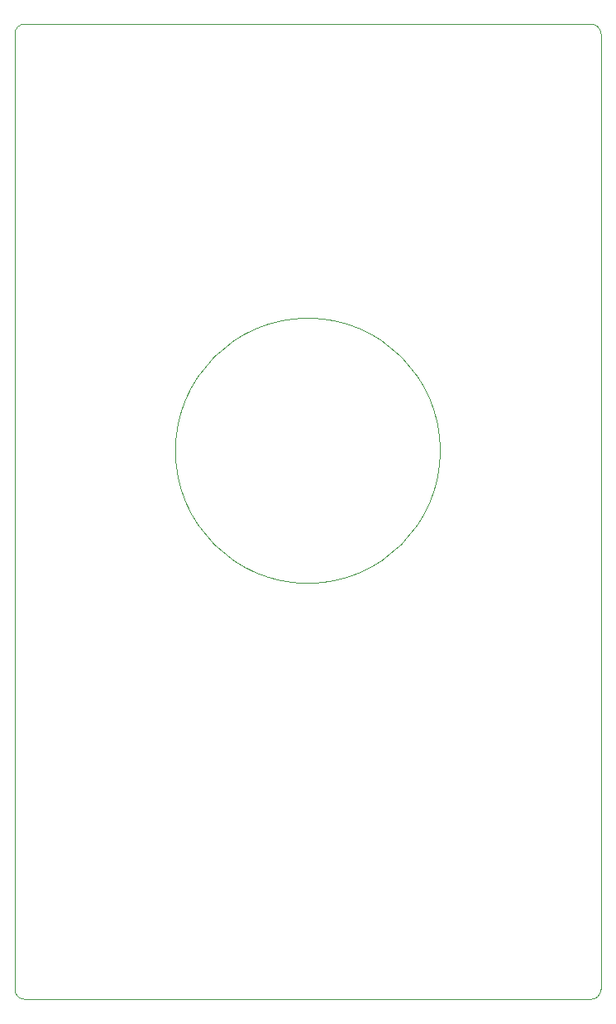
<source format=gbr>
%TF.GenerationSoftware,KiCad,Pcbnew,9.0.3-9.0.3-0~ubuntu24.04.1*%
%TF.CreationDate,2025-09-09T21:57:36+02:00*%
%TF.ProjectId,vesc_mms_board,76657363-5f6d-46d7-935f-626f6172642e,rev?*%
%TF.SameCoordinates,Original*%
%TF.FileFunction,Profile,NP*%
%FSLAX46Y46*%
G04 Gerber Fmt 4.6, Leading zero omitted, Abs format (unit mm)*
G04 Created by KiCad (PCBNEW 9.0.3-9.0.3-0~ubuntu24.04.1) date 2025-09-09 21:57:36*
%MOMM*%
%LPD*%
G01*
G04 APERTURE LIST*
%TA.AperFunction,Profile*%
%ADD10C,0.050000*%
%TD*%
G04 APERTURE END LIST*
D10*
X81000000Y-48730001D02*
X139000000Y-48730001D01*
X123560432Y-92372583D02*
G75*
G02*
X96439568Y-92372583I-13560432J0D01*
G01*
X96439568Y-92372583D02*
G75*
G02*
X123560432Y-92372583I13560432J0D01*
G01*
X140000000Y-49730001D02*
X140000000Y-147480001D01*
X80000000Y-49730002D02*
G75*
G02*
X81000000Y-48730001I1000000J1D01*
G01*
X140000000Y-147480001D02*
G75*
G02*
X139000000Y-148480000I-1000000J1D01*
G01*
X139000000Y-48730002D02*
G75*
G02*
X139999999Y-49730002I0J-999999D01*
G01*
X80000000Y-147480001D02*
X80000001Y-49730001D01*
X139000000Y-148480001D02*
X81000000Y-148480001D01*
X81000000Y-148480001D02*
G75*
G02*
X79999999Y-147480001I0J1000001D01*
G01*
M02*

</source>
